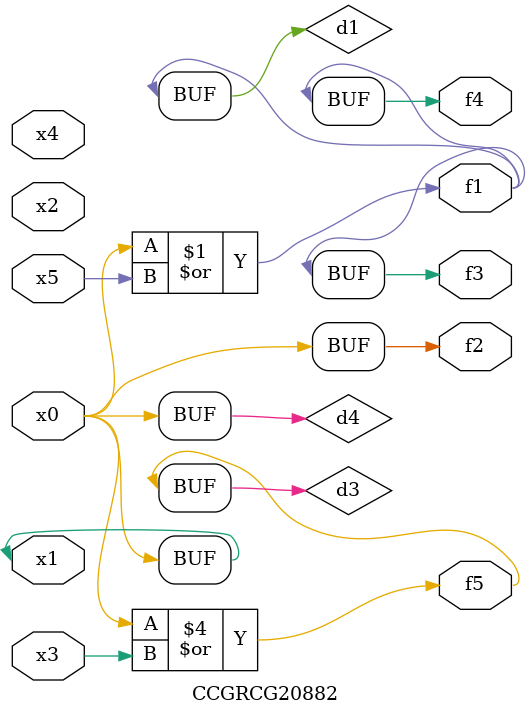
<source format=v>
module CCGRCG20882(
	input x0, x1, x2, x3, x4, x5,
	output f1, f2, f3, f4, f5
);

	wire d1, d2, d3, d4;

	or (d1, x0, x5);
	xnor (d2, x1, x4);
	or (d3, x0, x3);
	buf (d4, x0, x1);
	assign f1 = d1;
	assign f2 = d4;
	assign f3 = d1;
	assign f4 = d1;
	assign f5 = d3;
endmodule

</source>
